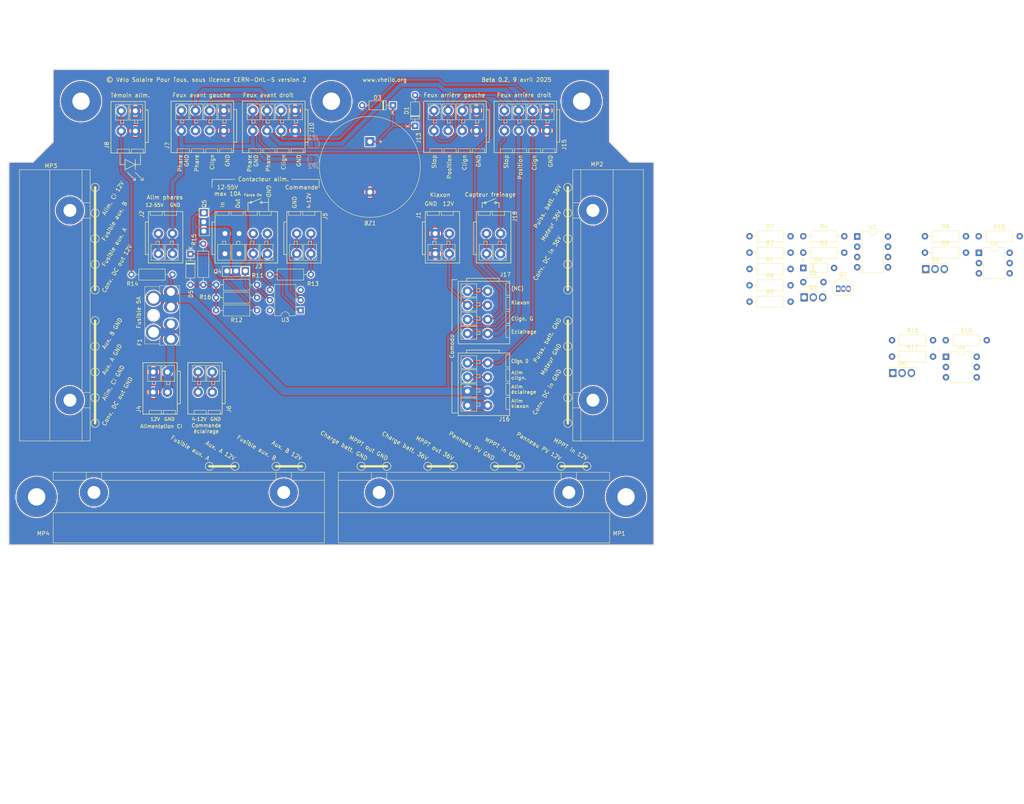
<source format=kicad_pcb>
(kicad_pcb (version 20211014) (generator pcbnew)

  (general
    (thickness 1.6)
  )

  (paper "A4")
  (layers
    (0 "F.Cu" signal)
    (31 "B.Cu" signal)
    (32 "B.Adhes" user "B.Adhesive")
    (33 "F.Adhes" user "F.Adhesive")
    (34 "B.Paste" user)
    (35 "F.Paste" user)
    (36 "B.SilkS" user "B.Silkscreen")
    (37 "F.SilkS" user "F.Silkscreen")
    (38 "B.Mask" user)
    (39 "F.Mask" user)
    (40 "Dwgs.User" user "User.Drawings")
    (41 "Cmts.User" user "User.Comments")
    (42 "Eco1.User" user "User.Eco1")
    (43 "Eco2.User" user "User.Eco2")
    (44 "Edge.Cuts" user)
    (45 "Margin" user)
    (46 "B.CrtYd" user "B.Courtyard")
    (47 "F.CrtYd" user "F.Courtyard")
    (48 "B.Fab" user)
    (49 "F.Fab" user)
    (50 "User.1" user)
    (51 "User.2" user)
    (52 "User.3" user)
    (53 "User.4" user)
    (54 "User.5" user)
    (55 "User.6" user)
    (56 "User.7" user)
    (57 "User.8" user)
    (58 "User.9" user)
  )

  (setup
    (stackup
      (layer "F.SilkS" (type "Top Silk Screen"))
      (layer "F.Paste" (type "Top Solder Paste"))
      (layer "F.Mask" (type "Top Solder Mask") (thickness 0.01))
      (layer "F.Cu" (type "copper") (thickness 0.035))
      (layer "dielectric 1" (type "core") (thickness 1.51) (material "FR4") (epsilon_r 4.5) (loss_tangent 0.02))
      (layer "B.Cu" (type "copper") (thickness 0.035))
      (layer "B.Mask" (type "Bottom Solder Mask") (thickness 0.01))
      (layer "B.Paste" (type "Bottom Solder Paste"))
      (layer "B.SilkS" (type "Bottom Silk Screen"))
      (copper_finish "None")
      (dielectric_constraints no)
    )
    (pad_to_mask_clearance 0)
    (pcbplotparams
      (layerselection 0x00010e0_ffffffff)
      (disableapertmacros false)
      (usegerberextensions false)
      (usegerberattributes true)
      (usegerberadvancedattributes true)
      (creategerberjobfile true)
      (svguseinch false)
      (svgprecision 6)
      (excludeedgelayer true)
      (plotframeref false)
      (viasonmask false)
      (mode 1)
      (useauxorigin false)
      (hpglpennumber 1)
      (hpglpenspeed 20)
      (hpglpendiameter 15.000000)
      (dxfpolygonmode true)
      (dxfimperialunits true)
      (dxfusepcbnewfont true)
      (psnegative false)
      (psa4output false)
      (plotreference true)
      (plotvalue true)
      (plotinvisibletext false)
      (sketchpadsonfab false)
      (subtractmaskfromsilk false)
      (outputformat 1)
      (mirror false)
      (drillshape 0)
      (scaleselection 1)
      (outputdirectory "")
    )
  )

  (net 0 "")
  (net 1 "GND")
  (net 2 "Net-(F1-Pad2)")
  (net 3 "Net-(D1-Pad2)")
  (net 4 "Net-(D3-Pad2)")
  (net 5 "/Phares")
  (net 6 "Net-(J13-Pad4)")
  (net 7 "Net-(J1-Pad2)")
  (net 8 "/Flasher/Out")
  (net 9 "unconnected-(J17-Pad1)")
  (net 10 "/12V_5A")
  (net 11 "/Flasher/Enable")
  (net 12 "/Contacteur Phares/Input")
  (net 13 "/Contacteur Phares/GND")
  (net 14 "/Contacteur Phares/Output")
  (net 15 "Net-(R14-Pad1)")
  (net 16 "/Conv12V_In.Vbatt")
  (net 17 "/Contacteur alim./Input")
  (net 18 "/Contacteur alim./SW_On")
  (net 19 "/Contacteur alim./GND")
  (net 20 "/Contacteur alim./Cmd_GND")
  (net 21 "/Contacteur alim./Cmd_On")
  (net 22 "/Contacteur Eclairage/Cmd_On")
  (net 23 "/Contacteur Eclairage/Cmd_GND")
  (net 24 "Net-(Q4-Pad1)")
  (net 25 "Net-(Q5-Pad1)")
  (net 26 "Net-(C1-Pad1)")
  (net 27 "Net-(D2-Pad1)")
  (net 28 "Net-(D5-Pad2)")
  (net 29 "Net-(Q1-Pad1)")
  (net 30 "Net-(Q2-Pad1)")
  (net 31 "Net-(Q2-Pad2)")
  (net 32 "Net-(Q2-Pad3)")
  (net 33 "Net-(Q3-Pad1)")
  (net 34 "Net-(Q6-Pad1)")
  (net 35 "Net-(R3-Pad1)")
  (net 36 "Net-(R9-Pad2)")
  (net 37 "Net-(R10-Pad1)")
  (net 38 "Net-(R13-Pad1)")
  (net 39 "Net-(R18-Pad2)")
  (net 40 "Net-(R19-Pad1)")
  (net 41 "unconnected-(U1-Pad5)")
  (net 42 "unconnected-(U2-Pad3)")
  (net 43 "unconnected-(U2-Pad6)")
  (net 44 "unconnected-(U3-Pad3)")
  (net 45 "unconnected-(U3-Pad6)")
  (net 46 "unconnected-(U4-Pad3)")
  (net 47 "unconnected-(U4-Pad6)")

  (footprint "circuit:Wago_221-500_SplicingConnectorHolder" (layer "F.Cu") (at 95.25 82.55 90))

  (footprint "circuit:MountingHole_5mm" (layer "F.Cu") (at 87 130))

  (footprint "Resistor_THT:R_Axial_DIN0207_L6.3mm_D2.5mm_P10.16mm_Horizontal" (layer "F.Cu") (at 144.78 74.93))

  (footprint "circuit:Buzzer_25x16_12.5" (layer "F.Cu") (at 169.545 42.01 -90))

  (footprint "Resistor_THT:R_Axial_DIN0207_L6.3mm_D2.5mm_P10.16mm_Horizontal" (layer "F.Cu") (at 298.88 91.2))

  (footprint "Resistor_THT:R_Axial_DIN0207_L6.3mm_D2.5mm_P10.16mm_Horizontal" (layer "F.Cu") (at 263.59 77.6))

  (footprint "circuit:TO-251-3_Vertical" (layer "F.Cu") (at 138.69 74.041 180))

  (footprint "circuit:Generic_FuseHolder_MINI" (layer "F.Cu") (at 120.26 79.215 -90))

  (footprint "Resistor_THT:R_Axial_DIN0207_L6.3mm_D2.5mm_P10.16mm_Horizontal" (layer "F.Cu") (at 263.59 73.55))

  (footprint "Package_DIP:DIP-8_W7.62mm" (layer "F.Cu") (at 290.26 65.5))

  (footprint "circuit:TerminalBlock_Wago_2601-3102_1x02_P3.50mm_Vertical" (layer "F.Cu") (at 119.38 104.06 180))

  (footprint "Resistor_THT:R_Axial_DIN0207_L6.3mm_D2.5mm_P10.16mm_Horizontal" (layer "F.Cu") (at 263.59 69.5))

  (footprint "Resistor_THT:R_Axial_DIN0207_L6.3mm_D2.5mm_P10.16mm_Horizontal" (layer "F.Cu") (at 320.35 65.45))

  (footprint "circuit:MountingHole_5mm" (layer "F.Cu") (at 98 32))

  (footprint "circuit:TerminalBlock_Wago_2601-3104_1x04_P3.50mm_Vertical" (layer "F.Cu") (at 195.920004 39.29 180))

  (footprint "circuit:TO-251-3_Vertical" (layer "F.Cu") (at 277.1 80.57))

  (footprint "Resistor_THT:R_Axial_DIN0207_L6.3mm_D2.5mm_P10.16mm_Horizontal" (layer "F.Cu") (at 307.04 65.45))

  (footprint "Diode_THT:D_DO-35_SOD27_P7.62mm_Horizontal" (layer "F.Cu") (at 125.095 69.85 -90))

  (footprint "circuit:TerminalBlock_Wago_2601-3104_1x04_P3.50mm_Vertical" (layer "F.Cu") (at 213.370004 39.29 180))

  (footprint "circuit:TO-92L_Inline" (layer "F.Cu") (at 285.55 78.45))

  (footprint "circuit:MountingHole_5mm" (layer "F.Cu") (at 222 32))

  (footprint "Resistor_THT:R_Axial_DIN0207_L6.3mm_D2.5mm_P10.16mm_Horizontal" (layer "F.Cu") (at 131.445 80.645))

  (footprint "circuit:TerminalBlock_Wago_2601-3104_1x04_P3.50mm_Vertical" (layer "F.Cu") (at 133.35 39.29 180))

  (footprint "Diode_THT:D_DO-35_SOD27_P7.62mm_Horizontal" (layer "F.Cu") (at 175.26 33.02 180))

  (footprint "Resistor_THT:R_Axial_DIN0207_L6.3mm_D2.5mm_P10.16mm_Horizontal" (layer "F.Cu") (at 110.49 74.93))

  (footprint "Diode_THT:D_DO-35_SOD27_P7.62mm_Horizontal" (layer "F.Cu") (at 276.9 73.3))

  (footprint "Resistor_THT:R_Axial_DIN0207_L6.3mm_D2.5mm_P10.16mm_Horizontal" (layer "F.Cu") (at 276.9 69.5))

  (footprint "Capacitor_THT:C_Disc_D4.3mm_W1.9mm_P5.00mm" (layer "F.Cu") (at 276.9 76.8))

  (footprint "Resistor_THT:R_Axial_DIN0207_L6.3mm_D2.5mm_P10.16mm_Horizontal" (layer "F.Cu") (at 276.9 65.45))

  (footprint "circuit:TerminalBlock_Wago_2601-3102_1x02_P3.50mm_Vertical" (layer "F.Cu") (at 151.424996 64.77))

  (footprint "Diode_THT:D_DO-35_SOD27_P7.62mm_Horizontal" (layer "F.Cu") (at 180.75 38.1 90))

  (footprint "circuit:TerminalBlock_Wago_2601-3104_1x04_P3.50mm_Vertical" (layer "F.Cu") (at 198.7161 96.829996 -90))

  (footprint "circuit:TO-251-3_Vertical" (layer "F.Cu") (at 307.24 73.57))

  (footprint "circuit:TerminalBlock_Wago_2601-3104_1x04_P3.50mm_Vertical" (layer "F.Cu") (at 133.644996 64.77))

  (footprint "circuit:Wago_221-500_SplicingConnectorHolder" (layer "F.Cu") (at 224.79 82.55 -90))

  (footprint "Package_DIP:DIP-6_W7.62mm" (layer "F.Cu") (at 152.39 83.805 180))

  (footprint "circuit:MountingHole_5mm" (layer "F.Cu") (at 160 32))

  (footprint "circuit:TerminalBlock_Wago_2601-3102_1x02_P3.50mm_Vertical" (layer "F.Cu") (at 111.450003 39.37 180))

  (footprint "Package_DIP:DIP-6_W7.62mm" (layer "F.Cu")
    (tedit 5A02E8C5) (tstamp ca3df898-15a0-4a8f-a120-1d7e1e23abe8)
    (at 320.4 69.55)
  
... [1212299 chars truncated]
</source>
